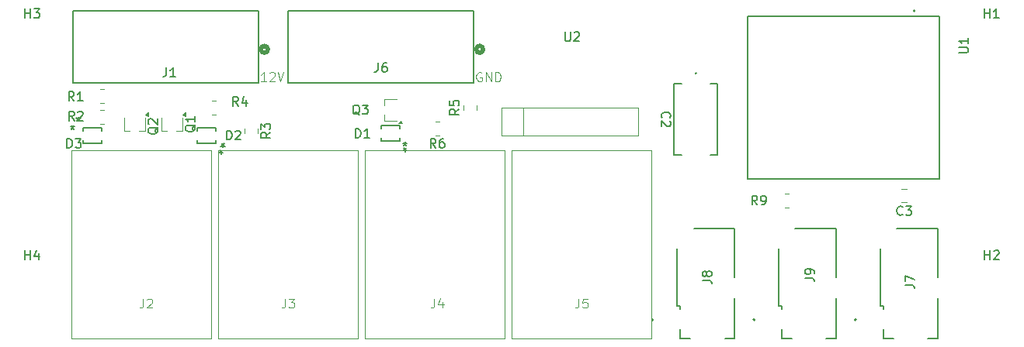
<source format=gbr>
%TF.GenerationSoftware,KiCad,Pcbnew,9.0.1*%
%TF.CreationDate,2025-04-18T12:39:12-07:00*%
%TF.ProjectId,Greenhouse Board,47726565-6e68-46f7-9573-6520426f6172,rev?*%
%TF.SameCoordinates,Original*%
%TF.FileFunction,Legend,Top*%
%TF.FilePolarity,Positive*%
%FSLAX46Y46*%
G04 Gerber Fmt 4.6, Leading zero omitted, Abs format (unit mm)*
G04 Created by KiCad (PCBNEW 9.0.1) date 2025-04-18 12:39:12*
%MOMM*%
%LPD*%
G01*
G04 APERTURE LIST*
%ADD10C,0.100000*%
%ADD11C,0.150000*%
%ADD12C,0.127000*%
%ADD13C,0.200000*%
%ADD14C,0.120000*%
%ADD15C,0.152400*%
%ADD16C,0.508000*%
G04 APERTURE END LIST*
D10*
X149085593Y-84788738D02*
X148990355Y-84741119D01*
X148990355Y-84741119D02*
X148847498Y-84741119D01*
X148847498Y-84741119D02*
X148704641Y-84788738D01*
X148704641Y-84788738D02*
X148609403Y-84883976D01*
X148609403Y-84883976D02*
X148561784Y-84979214D01*
X148561784Y-84979214D02*
X148514165Y-85169690D01*
X148514165Y-85169690D02*
X148514165Y-85312547D01*
X148514165Y-85312547D02*
X148561784Y-85503023D01*
X148561784Y-85503023D02*
X148609403Y-85598261D01*
X148609403Y-85598261D02*
X148704641Y-85693500D01*
X148704641Y-85693500D02*
X148847498Y-85741119D01*
X148847498Y-85741119D02*
X148942736Y-85741119D01*
X148942736Y-85741119D02*
X149085593Y-85693500D01*
X149085593Y-85693500D02*
X149133212Y-85645880D01*
X149133212Y-85645880D02*
X149133212Y-85312547D01*
X149133212Y-85312547D02*
X148942736Y-85312547D01*
X149561784Y-85741119D02*
X149561784Y-84741119D01*
X149561784Y-84741119D02*
X150133212Y-85741119D01*
X150133212Y-85741119D02*
X150133212Y-84741119D01*
X150609403Y-85741119D02*
X150609403Y-84741119D01*
X150609403Y-84741119D02*
X150847498Y-84741119D01*
X150847498Y-84741119D02*
X150990355Y-84788738D01*
X150990355Y-84788738D02*
X151085593Y-84883976D01*
X151085593Y-84883976D02*
X151133212Y-84979214D01*
X151133212Y-84979214D02*
X151180831Y-85169690D01*
X151180831Y-85169690D02*
X151180831Y-85312547D01*
X151180831Y-85312547D02*
X151133212Y-85503023D01*
X151133212Y-85503023D02*
X151085593Y-85598261D01*
X151085593Y-85598261D02*
X150990355Y-85693500D01*
X150990355Y-85693500D02*
X150847498Y-85741119D01*
X150847498Y-85741119D02*
X150609403Y-85741119D01*
X125612693Y-85741119D02*
X125041265Y-85741119D01*
X125326979Y-85741119D02*
X125326979Y-84741119D01*
X125326979Y-84741119D02*
X125231741Y-84883976D01*
X125231741Y-84883976D02*
X125136503Y-84979214D01*
X125136503Y-84979214D02*
X125041265Y-85026833D01*
X125993646Y-84836357D02*
X126041265Y-84788738D01*
X126041265Y-84788738D02*
X126136503Y-84741119D01*
X126136503Y-84741119D02*
X126374598Y-84741119D01*
X126374598Y-84741119D02*
X126469836Y-84788738D01*
X126469836Y-84788738D02*
X126517455Y-84836357D01*
X126517455Y-84836357D02*
X126565074Y-84931595D01*
X126565074Y-84931595D02*
X126565074Y-85026833D01*
X126565074Y-85026833D02*
X126517455Y-85169690D01*
X126517455Y-85169690D02*
X125946027Y-85741119D01*
X125946027Y-85741119D02*
X126565074Y-85741119D01*
X126850789Y-84741119D02*
X127184122Y-85741119D01*
X127184122Y-85741119D02*
X127517455Y-84741119D01*
D11*
X201172119Y-82575304D02*
X201981642Y-82575304D01*
X201981642Y-82575304D02*
X202076880Y-82527685D01*
X202076880Y-82527685D02*
X202124500Y-82480066D01*
X202124500Y-82480066D02*
X202172119Y-82384828D01*
X202172119Y-82384828D02*
X202172119Y-82194352D01*
X202172119Y-82194352D02*
X202124500Y-82099114D01*
X202124500Y-82099114D02*
X202076880Y-82051495D01*
X202076880Y-82051495D02*
X201981642Y-82003876D01*
X201981642Y-82003876D02*
X201172119Y-82003876D01*
X202172119Y-81003876D02*
X202172119Y-81575304D01*
X202172119Y-81289590D02*
X201172119Y-81289590D01*
X201172119Y-81289590D02*
X201314976Y-81384828D01*
X201314976Y-81384828D02*
X201410214Y-81480066D01*
X201410214Y-81480066D02*
X201457833Y-81575304D01*
X99314095Y-105220819D02*
X99314095Y-104220819D01*
X99314095Y-104697009D02*
X99885523Y-104697009D01*
X99885523Y-105220819D02*
X99885523Y-104220819D01*
X100790285Y-104554152D02*
X100790285Y-105220819D01*
X100552190Y-104173200D02*
X100314095Y-104887485D01*
X100314095Y-104887485D02*
X100933142Y-104887485D01*
X99314095Y-78804819D02*
X99314095Y-77804819D01*
X99314095Y-78281009D02*
X99885523Y-78281009D01*
X99885523Y-78804819D02*
X99885523Y-77804819D01*
X100266476Y-77804819D02*
X100885523Y-77804819D01*
X100885523Y-77804819D02*
X100552190Y-78185771D01*
X100552190Y-78185771D02*
X100695047Y-78185771D01*
X100695047Y-78185771D02*
X100790285Y-78233390D01*
X100790285Y-78233390D02*
X100837904Y-78281009D01*
X100837904Y-78281009D02*
X100885523Y-78376247D01*
X100885523Y-78376247D02*
X100885523Y-78614342D01*
X100885523Y-78614342D02*
X100837904Y-78709580D01*
X100837904Y-78709580D02*
X100790285Y-78757200D01*
X100790285Y-78757200D02*
X100695047Y-78804819D01*
X100695047Y-78804819D02*
X100409333Y-78804819D01*
X100409333Y-78804819D02*
X100314095Y-78757200D01*
X100314095Y-78757200D02*
X100266476Y-78709580D01*
X203962095Y-105220819D02*
X203962095Y-104220819D01*
X203962095Y-104697009D02*
X204533523Y-104697009D01*
X204533523Y-105220819D02*
X204533523Y-104220819D01*
X204962095Y-104316057D02*
X205009714Y-104268438D01*
X205009714Y-104268438D02*
X205104952Y-104220819D01*
X205104952Y-104220819D02*
X205343047Y-104220819D01*
X205343047Y-104220819D02*
X205438285Y-104268438D01*
X205438285Y-104268438D02*
X205485904Y-104316057D01*
X205485904Y-104316057D02*
X205533523Y-104411295D01*
X205533523Y-104411295D02*
X205533523Y-104506533D01*
X205533523Y-104506533D02*
X205485904Y-104649390D01*
X205485904Y-104649390D02*
X204914476Y-105220819D01*
X204914476Y-105220819D02*
X205533523Y-105220819D01*
X203962095Y-78804819D02*
X203962095Y-77804819D01*
X203962095Y-78281009D02*
X204533523Y-78281009D01*
X204533523Y-78804819D02*
X204533523Y-77804819D01*
X205533523Y-78804819D02*
X204962095Y-78804819D01*
X205247809Y-78804819D02*
X205247809Y-77804819D01*
X205247809Y-77804819D02*
X205152571Y-77947676D01*
X205152571Y-77947676D02*
X205057333Y-78042914D01*
X205057333Y-78042914D02*
X204962095Y-78090533D01*
D10*
X159686666Y-109489069D02*
X159686666Y-110203354D01*
X159686666Y-110203354D02*
X159639047Y-110346211D01*
X159639047Y-110346211D02*
X159543809Y-110441450D01*
X159543809Y-110441450D02*
X159400952Y-110489069D01*
X159400952Y-110489069D02*
X159305714Y-110489069D01*
X160639047Y-109489069D02*
X160162857Y-109489069D01*
X160162857Y-109489069D02*
X160115238Y-109965259D01*
X160115238Y-109965259D02*
X160162857Y-109917640D01*
X160162857Y-109917640D02*
X160258095Y-109870021D01*
X160258095Y-109870021D02*
X160496190Y-109870021D01*
X160496190Y-109870021D02*
X160591428Y-109917640D01*
X160591428Y-109917640D02*
X160639047Y-109965259D01*
X160639047Y-109965259D02*
X160686666Y-110060497D01*
X160686666Y-110060497D02*
X160686666Y-110298592D01*
X160686666Y-110298592D02*
X160639047Y-110393830D01*
X160639047Y-110393830D02*
X160591428Y-110441450D01*
X160591428Y-110441450D02*
X160496190Y-110489069D01*
X160496190Y-110489069D02*
X160258095Y-110489069D01*
X160258095Y-110489069D02*
X160162857Y-110441450D01*
X160162857Y-110441450D02*
X160115238Y-110393830D01*
D11*
X104657167Y-87861554D02*
X104323834Y-87385363D01*
X104085739Y-87861554D02*
X104085739Y-86861554D01*
X104085739Y-86861554D02*
X104466691Y-86861554D01*
X104466691Y-86861554D02*
X104561929Y-86909173D01*
X104561929Y-86909173D02*
X104609548Y-86956792D01*
X104609548Y-86956792D02*
X104657167Y-87052030D01*
X104657167Y-87052030D02*
X104657167Y-87194887D01*
X104657167Y-87194887D02*
X104609548Y-87290125D01*
X104609548Y-87290125D02*
X104561929Y-87337744D01*
X104561929Y-87337744D02*
X104466691Y-87385363D01*
X104466691Y-87385363D02*
X104085739Y-87385363D01*
X105609548Y-87861554D02*
X105038120Y-87861554D01*
X105323834Y-87861554D02*
X105323834Y-86861554D01*
X105323834Y-86861554D02*
X105228596Y-87004411D01*
X105228596Y-87004411D02*
X105133358Y-87099649D01*
X105133358Y-87099649D02*
X105038120Y-87147268D01*
X113834057Y-90735138D02*
X113786438Y-90830376D01*
X113786438Y-90830376D02*
X113691200Y-90925614D01*
X113691200Y-90925614D02*
X113548342Y-91068471D01*
X113548342Y-91068471D02*
X113500723Y-91163709D01*
X113500723Y-91163709D02*
X113500723Y-91258947D01*
X113738819Y-91211328D02*
X113691200Y-91306566D01*
X113691200Y-91306566D02*
X113595961Y-91401804D01*
X113595961Y-91401804D02*
X113405485Y-91449423D01*
X113405485Y-91449423D02*
X113072152Y-91449423D01*
X113072152Y-91449423D02*
X112881676Y-91401804D01*
X112881676Y-91401804D02*
X112786438Y-91306566D01*
X112786438Y-91306566D02*
X112738819Y-91211328D01*
X112738819Y-91211328D02*
X112738819Y-91020852D01*
X112738819Y-91020852D02*
X112786438Y-90925614D01*
X112786438Y-90925614D02*
X112881676Y-90830376D01*
X112881676Y-90830376D02*
X113072152Y-90782757D01*
X113072152Y-90782757D02*
X113405485Y-90782757D01*
X113405485Y-90782757D02*
X113595961Y-90830376D01*
X113595961Y-90830376D02*
X113691200Y-90925614D01*
X113691200Y-90925614D02*
X113738819Y-91020852D01*
X113738819Y-91020852D02*
X113738819Y-91211328D01*
X112834057Y-90401804D02*
X112786438Y-90354185D01*
X112786438Y-90354185D02*
X112738819Y-90258947D01*
X112738819Y-90258947D02*
X112738819Y-90020852D01*
X112738819Y-90020852D02*
X112786438Y-89925614D01*
X112786438Y-89925614D02*
X112834057Y-89877995D01*
X112834057Y-89877995D02*
X112929295Y-89830376D01*
X112929295Y-89830376D02*
X113024533Y-89830376D01*
X113024533Y-89830376D02*
X113167390Y-89877995D01*
X113167390Y-89877995D02*
X113738819Y-90449423D01*
X113738819Y-90449423D02*
X113738819Y-89830376D01*
X195013982Y-100280874D02*
X194966363Y-100328494D01*
X194966363Y-100328494D02*
X194823506Y-100376113D01*
X194823506Y-100376113D02*
X194728268Y-100376113D01*
X194728268Y-100376113D02*
X194585411Y-100328494D01*
X194585411Y-100328494D02*
X194490173Y-100233255D01*
X194490173Y-100233255D02*
X194442554Y-100138017D01*
X194442554Y-100138017D02*
X194394935Y-99947541D01*
X194394935Y-99947541D02*
X194394935Y-99804684D01*
X194394935Y-99804684D02*
X194442554Y-99614208D01*
X194442554Y-99614208D02*
X194490173Y-99518970D01*
X194490173Y-99518970D02*
X194585411Y-99423732D01*
X194585411Y-99423732D02*
X194728268Y-99376113D01*
X194728268Y-99376113D02*
X194823506Y-99376113D01*
X194823506Y-99376113D02*
X194966363Y-99423732D01*
X194966363Y-99423732D02*
X195013982Y-99471351D01*
X195347316Y-99376113D02*
X195966363Y-99376113D01*
X195966363Y-99376113D02*
X195633030Y-99757065D01*
X195633030Y-99757065D02*
X195775887Y-99757065D01*
X195775887Y-99757065D02*
X195871125Y-99804684D01*
X195871125Y-99804684D02*
X195918744Y-99852303D01*
X195918744Y-99852303D02*
X195966363Y-99947541D01*
X195966363Y-99947541D02*
X195966363Y-100185636D01*
X195966363Y-100185636D02*
X195918744Y-100280874D01*
X195918744Y-100280874D02*
X195871125Y-100328494D01*
X195871125Y-100328494D02*
X195775887Y-100376113D01*
X195775887Y-100376113D02*
X195490173Y-100376113D01*
X195490173Y-100376113D02*
X195394935Y-100328494D01*
X195394935Y-100328494D02*
X195347316Y-100280874D01*
X135351792Y-91904133D02*
X135351792Y-90904133D01*
X135351792Y-90904133D02*
X135589887Y-90904133D01*
X135589887Y-90904133D02*
X135732744Y-90951752D01*
X135732744Y-90951752D02*
X135827982Y-91046990D01*
X135827982Y-91046990D02*
X135875601Y-91142228D01*
X135875601Y-91142228D02*
X135923220Y-91332704D01*
X135923220Y-91332704D02*
X135923220Y-91475561D01*
X135923220Y-91475561D02*
X135875601Y-91666037D01*
X135875601Y-91666037D02*
X135827982Y-91761275D01*
X135827982Y-91761275D02*
X135732744Y-91856514D01*
X135732744Y-91856514D02*
X135589887Y-91904133D01*
X135589887Y-91904133D02*
X135351792Y-91904133D01*
X136875601Y-91904133D02*
X136304173Y-91904133D01*
X136589887Y-91904133D02*
X136589887Y-90904133D01*
X136589887Y-90904133D02*
X136494649Y-91046990D01*
X136494649Y-91046990D02*
X136399411Y-91142228D01*
X136399411Y-91142228D02*
X136304173Y-91189847D01*
X140747750Y-92355319D02*
X140747750Y-92593414D01*
X140509655Y-92498176D02*
X140747750Y-92593414D01*
X140747750Y-92593414D02*
X140985845Y-92498176D01*
X140604893Y-92783890D02*
X140747750Y-92593414D01*
X140747750Y-92593414D02*
X140890607Y-92783890D01*
X140747749Y-93445680D02*
X140747749Y-93207585D01*
X140985844Y-93302823D02*
X140747749Y-93207585D01*
X140747749Y-93207585D02*
X140509654Y-93302823D01*
X140890606Y-93017109D02*
X140747749Y-93207585D01*
X140747749Y-93207585D02*
X140604892Y-93017109D01*
X158208095Y-80341119D02*
X158208095Y-81150642D01*
X158208095Y-81150642D02*
X158255714Y-81245880D01*
X158255714Y-81245880D02*
X158303333Y-81293500D01*
X158303333Y-81293500D02*
X158398571Y-81341119D01*
X158398571Y-81341119D02*
X158589047Y-81341119D01*
X158589047Y-81341119D02*
X158684285Y-81293500D01*
X158684285Y-81293500D02*
X158731904Y-81245880D01*
X158731904Y-81245880D02*
X158779523Y-81150642D01*
X158779523Y-81150642D02*
X158779523Y-80341119D01*
X159208095Y-80436357D02*
X159255714Y-80388738D01*
X159255714Y-80388738D02*
X159350952Y-80341119D01*
X159350952Y-80341119D02*
X159589047Y-80341119D01*
X159589047Y-80341119D02*
X159684285Y-80388738D01*
X159684285Y-80388738D02*
X159731904Y-80436357D01*
X159731904Y-80436357D02*
X159779523Y-80531595D01*
X159779523Y-80531595D02*
X159779523Y-80626833D01*
X159779523Y-80626833D02*
X159731904Y-80769690D01*
X159731904Y-80769690D02*
X159160476Y-81341119D01*
X159160476Y-81341119D02*
X159779523Y-81341119D01*
X122575718Y-88404102D02*
X122242385Y-87927911D01*
X122004290Y-88404102D02*
X122004290Y-87404102D01*
X122004290Y-87404102D02*
X122385242Y-87404102D01*
X122385242Y-87404102D02*
X122480480Y-87451721D01*
X122480480Y-87451721D02*
X122528099Y-87499340D01*
X122528099Y-87499340D02*
X122575718Y-87594578D01*
X122575718Y-87594578D02*
X122575718Y-87737435D01*
X122575718Y-87737435D02*
X122528099Y-87832673D01*
X122528099Y-87832673D02*
X122480480Y-87880292D01*
X122480480Y-87880292D02*
X122385242Y-87927911D01*
X122385242Y-87927911D02*
X122004290Y-87927911D01*
X123432861Y-87737435D02*
X123432861Y-88404102D01*
X123194766Y-87356483D02*
X122956671Y-88070768D01*
X122956671Y-88070768D02*
X123575718Y-88070768D01*
X114717766Y-84231319D02*
X114717766Y-84945604D01*
X114717766Y-84945604D02*
X114670147Y-85088461D01*
X114670147Y-85088461D02*
X114574909Y-85183700D01*
X114574909Y-85183700D02*
X114432052Y-85231319D01*
X114432052Y-85231319D02*
X114336814Y-85231319D01*
X115717766Y-85231319D02*
X115146338Y-85231319D01*
X115432052Y-85231319D02*
X115432052Y-84231319D01*
X115432052Y-84231319D02*
X115336814Y-84374176D01*
X115336814Y-84374176D02*
X115241576Y-84469414D01*
X115241576Y-84469414D02*
X115146338Y-84517033D01*
X126056819Y-91314566D02*
X125580628Y-91647899D01*
X126056819Y-91885994D02*
X125056819Y-91885994D01*
X125056819Y-91885994D02*
X125056819Y-91505042D01*
X125056819Y-91505042D02*
X125104438Y-91409804D01*
X125104438Y-91409804D02*
X125152057Y-91362185D01*
X125152057Y-91362185D02*
X125247295Y-91314566D01*
X125247295Y-91314566D02*
X125390152Y-91314566D01*
X125390152Y-91314566D02*
X125485390Y-91362185D01*
X125485390Y-91362185D02*
X125533009Y-91409804D01*
X125533009Y-91409804D02*
X125580628Y-91505042D01*
X125580628Y-91505042D02*
X125580628Y-91885994D01*
X125056819Y-90981232D02*
X125056819Y-90362185D01*
X125056819Y-90362185D02*
X125437771Y-90695518D01*
X125437771Y-90695518D02*
X125437771Y-90552661D01*
X125437771Y-90552661D02*
X125485390Y-90457423D01*
X125485390Y-90457423D02*
X125533009Y-90409804D01*
X125533009Y-90409804D02*
X125628247Y-90362185D01*
X125628247Y-90362185D02*
X125866342Y-90362185D01*
X125866342Y-90362185D02*
X125961580Y-90409804D01*
X125961580Y-90409804D02*
X126009200Y-90457423D01*
X126009200Y-90457423D02*
X126056819Y-90552661D01*
X126056819Y-90552661D02*
X126056819Y-90838375D01*
X126056819Y-90838375D02*
X126009200Y-90933613D01*
X126009200Y-90933613D02*
X125961580Y-90981232D01*
X137802666Y-83723319D02*
X137802666Y-84437604D01*
X137802666Y-84437604D02*
X137755047Y-84580461D01*
X137755047Y-84580461D02*
X137659809Y-84675700D01*
X137659809Y-84675700D02*
X137516952Y-84723319D01*
X137516952Y-84723319D02*
X137421714Y-84723319D01*
X138707428Y-83723319D02*
X138516952Y-83723319D01*
X138516952Y-83723319D02*
X138421714Y-83770938D01*
X138421714Y-83770938D02*
X138374095Y-83818557D01*
X138374095Y-83818557D02*
X138278857Y-83961414D01*
X138278857Y-83961414D02*
X138231238Y-84151890D01*
X138231238Y-84151890D02*
X138231238Y-84532842D01*
X138231238Y-84532842D02*
X138278857Y-84628080D01*
X138278857Y-84628080D02*
X138326476Y-84675700D01*
X138326476Y-84675700D02*
X138421714Y-84723319D01*
X138421714Y-84723319D02*
X138612190Y-84723319D01*
X138612190Y-84723319D02*
X138707428Y-84675700D01*
X138707428Y-84675700D02*
X138755047Y-84628080D01*
X138755047Y-84628080D02*
X138802666Y-84532842D01*
X138802666Y-84532842D02*
X138802666Y-84294747D01*
X138802666Y-84294747D02*
X138755047Y-84199509D01*
X138755047Y-84199509D02*
X138707428Y-84151890D01*
X138707428Y-84151890D02*
X138612190Y-84104271D01*
X138612190Y-84104271D02*
X138421714Y-84104271D01*
X138421714Y-84104271D02*
X138326476Y-84151890D01*
X138326476Y-84151890D02*
X138278857Y-84199509D01*
X138278857Y-84199509D02*
X138231238Y-84294747D01*
X184366819Y-107229233D02*
X185081104Y-107229233D01*
X185081104Y-107229233D02*
X185223961Y-107276852D01*
X185223961Y-107276852D02*
X185319200Y-107372090D01*
X185319200Y-107372090D02*
X185366819Y-107514947D01*
X185366819Y-107514947D02*
X185366819Y-107610185D01*
X185366819Y-106705423D02*
X185366819Y-106514947D01*
X185366819Y-106514947D02*
X185319200Y-106419709D01*
X185319200Y-106419709D02*
X185271580Y-106372090D01*
X185271580Y-106372090D02*
X185128723Y-106276852D01*
X185128723Y-106276852D02*
X184938247Y-106229233D01*
X184938247Y-106229233D02*
X184557295Y-106229233D01*
X184557295Y-106229233D02*
X184462057Y-106276852D01*
X184462057Y-106276852D02*
X184414438Y-106324471D01*
X184414438Y-106324471D02*
X184366819Y-106419709D01*
X184366819Y-106419709D02*
X184366819Y-106610185D01*
X184366819Y-106610185D02*
X184414438Y-106705423D01*
X184414438Y-106705423D02*
X184462057Y-106753042D01*
X184462057Y-106753042D02*
X184557295Y-106800661D01*
X184557295Y-106800661D02*
X184795390Y-106800661D01*
X184795390Y-106800661D02*
X184890628Y-106753042D01*
X184890628Y-106753042D02*
X184938247Y-106705423D01*
X184938247Y-106705423D02*
X184985866Y-106610185D01*
X184985866Y-106610185D02*
X184985866Y-106419709D01*
X184985866Y-106419709D02*
X184938247Y-106324471D01*
X184938247Y-106324471D02*
X184890628Y-106276852D01*
X184890628Y-106276852D02*
X184795390Y-106229233D01*
X195288819Y-107991233D02*
X196003104Y-107991233D01*
X196003104Y-107991233D02*
X196145961Y-108038852D01*
X196145961Y-108038852D02*
X196241200Y-108134090D01*
X196241200Y-108134090D02*
X196288819Y-108276947D01*
X196288819Y-108276947D02*
X196288819Y-108372185D01*
X195288819Y-107610280D02*
X195288819Y-106943614D01*
X195288819Y-106943614D02*
X196288819Y-107372185D01*
D10*
X143938666Y-109489069D02*
X143938666Y-110203354D01*
X143938666Y-110203354D02*
X143891047Y-110346211D01*
X143891047Y-110346211D02*
X143795809Y-110441450D01*
X143795809Y-110441450D02*
X143652952Y-110489069D01*
X143652952Y-110489069D02*
X143557714Y-110489069D01*
X144843428Y-109822402D02*
X144843428Y-110489069D01*
X144605333Y-109441450D02*
X144367238Y-110155735D01*
X144367238Y-110155735D02*
X144986285Y-110155735D01*
X112188666Y-109489069D02*
X112188666Y-110203354D01*
X112188666Y-110203354D02*
X112141047Y-110346211D01*
X112141047Y-110346211D02*
X112045809Y-110441450D01*
X112045809Y-110441450D02*
X111902952Y-110489069D01*
X111902952Y-110489069D02*
X111807714Y-110489069D01*
X112617238Y-109584307D02*
X112664857Y-109536688D01*
X112664857Y-109536688D02*
X112760095Y-109489069D01*
X112760095Y-109489069D02*
X112998190Y-109489069D01*
X112998190Y-109489069D02*
X113093428Y-109536688D01*
X113093428Y-109536688D02*
X113141047Y-109584307D01*
X113141047Y-109584307D02*
X113188666Y-109679545D01*
X113188666Y-109679545D02*
X113188666Y-109774783D01*
X113188666Y-109774783D02*
X113141047Y-109917640D01*
X113141047Y-109917640D02*
X112569619Y-110489069D01*
X112569619Y-110489069D02*
X113188666Y-110489069D01*
X127682666Y-109489069D02*
X127682666Y-110203354D01*
X127682666Y-110203354D02*
X127635047Y-110346211D01*
X127635047Y-110346211D02*
X127539809Y-110441450D01*
X127539809Y-110441450D02*
X127396952Y-110489069D01*
X127396952Y-110489069D02*
X127301714Y-110489069D01*
X128063619Y-109489069D02*
X128682666Y-109489069D01*
X128682666Y-109489069D02*
X128349333Y-109870021D01*
X128349333Y-109870021D02*
X128492190Y-109870021D01*
X128492190Y-109870021D02*
X128587428Y-109917640D01*
X128587428Y-109917640D02*
X128635047Y-109965259D01*
X128635047Y-109965259D02*
X128682666Y-110060497D01*
X128682666Y-110060497D02*
X128682666Y-110298592D01*
X128682666Y-110298592D02*
X128635047Y-110393830D01*
X128635047Y-110393830D02*
X128587428Y-110441450D01*
X128587428Y-110441450D02*
X128492190Y-110489069D01*
X128492190Y-110489069D02*
X128206476Y-110489069D01*
X128206476Y-110489069D02*
X128111238Y-110441450D01*
X128111238Y-110441450D02*
X128063619Y-110393830D01*
D11*
X117898057Y-90481138D02*
X117850438Y-90576376D01*
X117850438Y-90576376D02*
X117755200Y-90671614D01*
X117755200Y-90671614D02*
X117612342Y-90814471D01*
X117612342Y-90814471D02*
X117564723Y-90909709D01*
X117564723Y-90909709D02*
X117564723Y-91004947D01*
X117802819Y-90957328D02*
X117755200Y-91052566D01*
X117755200Y-91052566D02*
X117659961Y-91147804D01*
X117659961Y-91147804D02*
X117469485Y-91195423D01*
X117469485Y-91195423D02*
X117136152Y-91195423D01*
X117136152Y-91195423D02*
X116945676Y-91147804D01*
X116945676Y-91147804D02*
X116850438Y-91052566D01*
X116850438Y-91052566D02*
X116802819Y-90957328D01*
X116802819Y-90957328D02*
X116802819Y-90766852D01*
X116802819Y-90766852D02*
X116850438Y-90671614D01*
X116850438Y-90671614D02*
X116945676Y-90576376D01*
X116945676Y-90576376D02*
X117136152Y-90528757D01*
X117136152Y-90528757D02*
X117469485Y-90528757D01*
X117469485Y-90528757D02*
X117659961Y-90576376D01*
X117659961Y-90576376D02*
X117755200Y-90671614D01*
X117755200Y-90671614D02*
X117802819Y-90766852D01*
X117802819Y-90766852D02*
X117802819Y-90957328D01*
X117802819Y-89576376D02*
X117802819Y-90147804D01*
X117802819Y-89862090D02*
X116802819Y-89862090D01*
X116802819Y-89862090D02*
X116945676Y-89957328D01*
X116945676Y-89957328D02*
X117040914Y-90052566D01*
X117040914Y-90052566D02*
X117088533Y-90147804D01*
X146632819Y-88774566D02*
X146156628Y-89107899D01*
X146632819Y-89345994D02*
X145632819Y-89345994D01*
X145632819Y-89345994D02*
X145632819Y-88965042D01*
X145632819Y-88965042D02*
X145680438Y-88869804D01*
X145680438Y-88869804D02*
X145728057Y-88822185D01*
X145728057Y-88822185D02*
X145823295Y-88774566D01*
X145823295Y-88774566D02*
X145966152Y-88774566D01*
X145966152Y-88774566D02*
X146061390Y-88822185D01*
X146061390Y-88822185D02*
X146109009Y-88869804D01*
X146109009Y-88869804D02*
X146156628Y-88965042D01*
X146156628Y-88965042D02*
X146156628Y-89345994D01*
X145632819Y-87869804D02*
X145632819Y-88345994D01*
X145632819Y-88345994D02*
X146109009Y-88393613D01*
X146109009Y-88393613D02*
X146061390Y-88345994D01*
X146061390Y-88345994D02*
X146013771Y-88250756D01*
X146013771Y-88250756D02*
X146013771Y-88012661D01*
X146013771Y-88012661D02*
X146061390Y-87917423D01*
X146061390Y-87917423D02*
X146109009Y-87869804D01*
X146109009Y-87869804D02*
X146204247Y-87822185D01*
X146204247Y-87822185D02*
X146442342Y-87822185D01*
X146442342Y-87822185D02*
X146537580Y-87869804D01*
X146537580Y-87869804D02*
X146585200Y-87917423D01*
X146585200Y-87917423D02*
X146632819Y-88012661D01*
X146632819Y-88012661D02*
X146632819Y-88250756D01*
X146632819Y-88250756D02*
X146585200Y-88345994D01*
X146585200Y-88345994D02*
X146537580Y-88393613D01*
X179157333Y-99222719D02*
X178824000Y-98746528D01*
X178585905Y-99222719D02*
X178585905Y-98222719D01*
X178585905Y-98222719D02*
X178966857Y-98222719D01*
X178966857Y-98222719D02*
X179062095Y-98270338D01*
X179062095Y-98270338D02*
X179109714Y-98317957D01*
X179109714Y-98317957D02*
X179157333Y-98413195D01*
X179157333Y-98413195D02*
X179157333Y-98556052D01*
X179157333Y-98556052D02*
X179109714Y-98651290D01*
X179109714Y-98651290D02*
X179062095Y-98698909D01*
X179062095Y-98698909D02*
X178966857Y-98746528D01*
X178966857Y-98746528D02*
X178585905Y-98746528D01*
X179633524Y-99222719D02*
X179824000Y-99222719D01*
X179824000Y-99222719D02*
X179919238Y-99175100D01*
X179919238Y-99175100D02*
X179966857Y-99127480D01*
X179966857Y-99127480D02*
X180062095Y-98984623D01*
X180062095Y-98984623D02*
X180109714Y-98794147D01*
X180109714Y-98794147D02*
X180109714Y-98413195D01*
X180109714Y-98413195D02*
X180062095Y-98317957D01*
X180062095Y-98317957D02*
X180014476Y-98270338D01*
X180014476Y-98270338D02*
X179919238Y-98222719D01*
X179919238Y-98222719D02*
X179728762Y-98222719D01*
X179728762Y-98222719D02*
X179633524Y-98270338D01*
X179633524Y-98270338D02*
X179585905Y-98317957D01*
X179585905Y-98317957D02*
X179538286Y-98413195D01*
X179538286Y-98413195D02*
X179538286Y-98651290D01*
X179538286Y-98651290D02*
X179585905Y-98746528D01*
X179585905Y-98746528D02*
X179633524Y-98794147D01*
X179633524Y-98794147D02*
X179728762Y-98841766D01*
X179728762Y-98841766D02*
X179919238Y-98841766D01*
X179919238Y-98841766D02*
X180014476Y-98794147D01*
X180014476Y-98794147D02*
X180062095Y-98746528D01*
X180062095Y-98746528D02*
X180109714Y-98651290D01*
X103900094Y-93015958D02*
X103900094Y-92015958D01*
X103900094Y-92015958D02*
X104138189Y-92015958D01*
X104138189Y-92015958D02*
X104281046Y-92063577D01*
X104281046Y-92063577D02*
X104376284Y-92158815D01*
X104376284Y-92158815D02*
X104423903Y-92254053D01*
X104423903Y-92254053D02*
X104471522Y-92444529D01*
X104471522Y-92444529D02*
X104471522Y-92587386D01*
X104471522Y-92587386D02*
X104423903Y-92777862D01*
X104423903Y-92777862D02*
X104376284Y-92873100D01*
X104376284Y-92873100D02*
X104281046Y-92968339D01*
X104281046Y-92968339D02*
X104138189Y-93015958D01*
X104138189Y-93015958D02*
X103900094Y-93015958D01*
X104804856Y-92015958D02*
X105423903Y-92015958D01*
X105423903Y-92015958D02*
X105090570Y-92396910D01*
X105090570Y-92396910D02*
X105233427Y-92396910D01*
X105233427Y-92396910D02*
X105328665Y-92444529D01*
X105328665Y-92444529D02*
X105376284Y-92492148D01*
X105376284Y-92492148D02*
X105423903Y-92587386D01*
X105423903Y-92587386D02*
X105423903Y-92825481D01*
X105423903Y-92825481D02*
X105376284Y-92920719D01*
X105376284Y-92920719D02*
X105328665Y-92968339D01*
X105328665Y-92968339D02*
X105233427Y-93015958D01*
X105233427Y-93015958D02*
X104947713Y-93015958D01*
X104947713Y-93015958D02*
X104852475Y-92968339D01*
X104852475Y-92968339D02*
X104804856Y-92920719D01*
X104485304Y-90519870D02*
X104485304Y-90757965D01*
X104247209Y-90662727D02*
X104485304Y-90757965D01*
X104485304Y-90757965D02*
X104723399Y-90662727D01*
X104342447Y-90948441D02*
X104485304Y-90757965D01*
X104485304Y-90757965D02*
X104628161Y-90948441D01*
X105124250Y-89612119D02*
X105124250Y-89850214D01*
X104886155Y-89754976D02*
X105124250Y-89850214D01*
X105124250Y-89850214D02*
X105362345Y-89754976D01*
X104981393Y-90040690D02*
X105124250Y-89850214D01*
X105124250Y-89850214D02*
X105267107Y-90040690D01*
X168804419Y-89711233D02*
X168756800Y-89663614D01*
X168756800Y-89663614D02*
X168709180Y-89520757D01*
X168709180Y-89520757D02*
X168709180Y-89425519D01*
X168709180Y-89425519D02*
X168756800Y-89282662D01*
X168756800Y-89282662D02*
X168852038Y-89187424D01*
X168852038Y-89187424D02*
X168947276Y-89139805D01*
X168947276Y-89139805D02*
X169137752Y-89092186D01*
X169137752Y-89092186D02*
X169280609Y-89092186D01*
X169280609Y-89092186D02*
X169471085Y-89139805D01*
X169471085Y-89139805D02*
X169566323Y-89187424D01*
X169566323Y-89187424D02*
X169661561Y-89282662D01*
X169661561Y-89282662D02*
X169709180Y-89425519D01*
X169709180Y-89425519D02*
X169709180Y-89520757D01*
X169709180Y-89520757D02*
X169661561Y-89663614D01*
X169661561Y-89663614D02*
X169613942Y-89711233D01*
X169613942Y-90092186D02*
X169661561Y-90139805D01*
X169661561Y-90139805D02*
X169709180Y-90235043D01*
X169709180Y-90235043D02*
X169709180Y-90473138D01*
X169709180Y-90473138D02*
X169661561Y-90568376D01*
X169661561Y-90568376D02*
X169613942Y-90615995D01*
X169613942Y-90615995D02*
X169518704Y-90663614D01*
X169518704Y-90663614D02*
X169423466Y-90663614D01*
X169423466Y-90663614D02*
X169280609Y-90615995D01*
X169280609Y-90615995D02*
X168709180Y-90044567D01*
X168709180Y-90044567D02*
X168709180Y-90663614D01*
X121288475Y-92110921D02*
X121288475Y-91110921D01*
X121288475Y-91110921D02*
X121526570Y-91110921D01*
X121526570Y-91110921D02*
X121669427Y-91158540D01*
X121669427Y-91158540D02*
X121764665Y-91253778D01*
X121764665Y-91253778D02*
X121812284Y-91349016D01*
X121812284Y-91349016D02*
X121859903Y-91539492D01*
X121859903Y-91539492D02*
X121859903Y-91682349D01*
X121859903Y-91682349D02*
X121812284Y-91872825D01*
X121812284Y-91872825D02*
X121764665Y-91968063D01*
X121764665Y-91968063D02*
X121669427Y-92063302D01*
X121669427Y-92063302D02*
X121526570Y-92110921D01*
X121526570Y-92110921D02*
X121288475Y-92110921D01*
X122240856Y-91206159D02*
X122288475Y-91158540D01*
X122288475Y-91158540D02*
X122383713Y-91110921D01*
X122383713Y-91110921D02*
X122621808Y-91110921D01*
X122621808Y-91110921D02*
X122717046Y-91158540D01*
X122717046Y-91158540D02*
X122764665Y-91206159D01*
X122764665Y-91206159D02*
X122812284Y-91301397D01*
X122812284Y-91301397D02*
X122812284Y-91396635D01*
X122812284Y-91396635D02*
X122764665Y-91539492D01*
X122764665Y-91539492D02*
X122193237Y-92110921D01*
X122193237Y-92110921D02*
X122812284Y-92110921D01*
X120903999Y-92963080D02*
X120903999Y-92724985D01*
X121142094Y-92820223D02*
X120903999Y-92724985D01*
X120903999Y-92724985D02*
X120665904Y-92820223D01*
X121046856Y-92534509D02*
X120903999Y-92724985D01*
X120903999Y-92724985D02*
X120761142Y-92534509D01*
X120681749Y-93699680D02*
X120681749Y-93461585D01*
X120919844Y-93556823D02*
X120681749Y-93461585D01*
X120681749Y-93461585D02*
X120443654Y-93556823D01*
X120824606Y-93271109D02*
X120681749Y-93461585D01*
X120681749Y-93461585D02*
X120538892Y-93271109D01*
X104668088Y-90023783D02*
X104334755Y-89547592D01*
X104096660Y-90023783D02*
X104096660Y-89023783D01*
X104096660Y-89023783D02*
X104477612Y-89023783D01*
X104477612Y-89023783D02*
X104572850Y-89071402D01*
X104572850Y-89071402D02*
X104620469Y-89119021D01*
X104620469Y-89119021D02*
X104668088Y-89214259D01*
X104668088Y-89214259D02*
X104668088Y-89357116D01*
X104668088Y-89357116D02*
X104620469Y-89452354D01*
X104620469Y-89452354D02*
X104572850Y-89499973D01*
X104572850Y-89499973D02*
X104477612Y-89547592D01*
X104477612Y-89547592D02*
X104096660Y-89547592D01*
X105049041Y-89119021D02*
X105096660Y-89071402D01*
X105096660Y-89071402D02*
X105191898Y-89023783D01*
X105191898Y-89023783D02*
X105429993Y-89023783D01*
X105429993Y-89023783D02*
X105525231Y-89071402D01*
X105525231Y-89071402D02*
X105572850Y-89119021D01*
X105572850Y-89119021D02*
X105620469Y-89214259D01*
X105620469Y-89214259D02*
X105620469Y-89309497D01*
X105620469Y-89309497D02*
X105572850Y-89452354D01*
X105572850Y-89452354D02*
X105001422Y-90023783D01*
X105001422Y-90023783D02*
X105620469Y-90023783D01*
X173190819Y-107483233D02*
X173905104Y-107483233D01*
X173905104Y-107483233D02*
X174047961Y-107530852D01*
X174047961Y-107530852D02*
X174143200Y-107626090D01*
X174143200Y-107626090D02*
X174190819Y-107768947D01*
X174190819Y-107768947D02*
X174190819Y-107864185D01*
X173619390Y-106864185D02*
X173571771Y-106959423D01*
X173571771Y-106959423D02*
X173524152Y-107007042D01*
X173524152Y-107007042D02*
X173428914Y-107054661D01*
X173428914Y-107054661D02*
X173381295Y-107054661D01*
X173381295Y-107054661D02*
X173286057Y-107007042D01*
X173286057Y-107007042D02*
X173238438Y-106959423D01*
X173238438Y-106959423D02*
X173190819Y-106864185D01*
X173190819Y-106864185D02*
X173190819Y-106673709D01*
X173190819Y-106673709D02*
X173238438Y-106578471D01*
X173238438Y-106578471D02*
X173286057Y-106530852D01*
X173286057Y-106530852D02*
X173381295Y-106483233D01*
X173381295Y-106483233D02*
X173428914Y-106483233D01*
X173428914Y-106483233D02*
X173524152Y-106530852D01*
X173524152Y-106530852D02*
X173571771Y-106578471D01*
X173571771Y-106578471D02*
X173619390Y-106673709D01*
X173619390Y-106673709D02*
X173619390Y-106864185D01*
X173619390Y-106864185D02*
X173667009Y-106959423D01*
X173667009Y-106959423D02*
X173714628Y-107007042D01*
X173714628Y-107007042D02*
X173809866Y-107054661D01*
X173809866Y-107054661D02*
X174000342Y-107054661D01*
X174000342Y-107054661D02*
X174095580Y-107007042D01*
X174095580Y-107007042D02*
X174143200Y-106959423D01*
X174143200Y-106959423D02*
X174190819Y-106864185D01*
X174190819Y-106864185D02*
X174190819Y-106673709D01*
X174190819Y-106673709D02*
X174143200Y-106578471D01*
X174143200Y-106578471D02*
X174095580Y-106530852D01*
X174095580Y-106530852D02*
X174000342Y-106483233D01*
X174000342Y-106483233D02*
X173809866Y-106483233D01*
X173809866Y-106483233D02*
X173714628Y-106530852D01*
X173714628Y-106530852D02*
X173667009Y-106578471D01*
X173667009Y-106578471D02*
X173619390Y-106673709D01*
X144105333Y-92998719D02*
X143772000Y-92522528D01*
X143533905Y-92998719D02*
X143533905Y-91998719D01*
X143533905Y-91998719D02*
X143914857Y-91998719D01*
X143914857Y-91998719D02*
X144010095Y-92046338D01*
X144010095Y-92046338D02*
X144057714Y-92093957D01*
X144057714Y-92093957D02*
X144105333Y-92189195D01*
X144105333Y-92189195D02*
X144105333Y-92332052D01*
X144105333Y-92332052D02*
X144057714Y-92427290D01*
X144057714Y-92427290D02*
X144010095Y-92474909D01*
X144010095Y-92474909D02*
X143914857Y-92522528D01*
X143914857Y-92522528D02*
X143533905Y-92522528D01*
X144962476Y-91998719D02*
X144772000Y-91998719D01*
X144772000Y-91998719D02*
X144676762Y-92046338D01*
X144676762Y-92046338D02*
X144629143Y-92093957D01*
X144629143Y-92093957D02*
X144533905Y-92236814D01*
X144533905Y-92236814D02*
X144486286Y-92427290D01*
X144486286Y-92427290D02*
X144486286Y-92808242D01*
X144486286Y-92808242D02*
X144533905Y-92903480D01*
X144533905Y-92903480D02*
X144581524Y-92951100D01*
X144581524Y-92951100D02*
X144676762Y-92998719D01*
X144676762Y-92998719D02*
X144867238Y-92998719D01*
X144867238Y-92998719D02*
X144962476Y-92951100D01*
X144962476Y-92951100D02*
X145010095Y-92903480D01*
X145010095Y-92903480D02*
X145057714Y-92808242D01*
X145057714Y-92808242D02*
X145057714Y-92570147D01*
X145057714Y-92570147D02*
X145010095Y-92474909D01*
X145010095Y-92474909D02*
X144962476Y-92427290D01*
X144962476Y-92427290D02*
X144867238Y-92379671D01*
X144867238Y-92379671D02*
X144676762Y-92379671D01*
X144676762Y-92379671D02*
X144581524Y-92427290D01*
X144581524Y-92427290D02*
X144533905Y-92474909D01*
X144533905Y-92474909D02*
X144486286Y-92570147D01*
X135794761Y-89411957D02*
X135699523Y-89364338D01*
X135699523Y-89364338D02*
X135604285Y-89269100D01*
X135604285Y-89269100D02*
X135461428Y-89126242D01*
X135461428Y-89126242D02*
X135366190Y-89078623D01*
X135366190Y-89078623D02*
X135270952Y-89078623D01*
X135318571Y-89316719D02*
X135223333Y-89269100D01*
X135223333Y-89269100D02*
X135128095Y-89173861D01*
X135128095Y-89173861D02*
X135080476Y-88983385D01*
X135080476Y-88983385D02*
X135080476Y-88650052D01*
X135080476Y-88650052D02*
X135128095Y-88459576D01*
X135128095Y-88459576D02*
X135223333Y-88364338D01*
X135223333Y-88364338D02*
X135318571Y-88316719D01*
X135318571Y-88316719D02*
X135509047Y-88316719D01*
X135509047Y-88316719D02*
X135604285Y-88364338D01*
X135604285Y-88364338D02*
X135699523Y-88459576D01*
X135699523Y-88459576D02*
X135747142Y-88650052D01*
X135747142Y-88650052D02*
X135747142Y-88983385D01*
X135747142Y-88983385D02*
X135699523Y-89173861D01*
X135699523Y-89173861D02*
X135604285Y-89269100D01*
X135604285Y-89269100D02*
X135509047Y-89316719D01*
X135509047Y-89316719D02*
X135318571Y-89316719D01*
X136080476Y-88316719D02*
X136699523Y-88316719D01*
X136699523Y-88316719D02*
X136366190Y-88697671D01*
X136366190Y-88697671D02*
X136509047Y-88697671D01*
X136509047Y-88697671D02*
X136604285Y-88745290D01*
X136604285Y-88745290D02*
X136651904Y-88792909D01*
X136651904Y-88792909D02*
X136699523Y-88888147D01*
X136699523Y-88888147D02*
X136699523Y-89126242D01*
X136699523Y-89126242D02*
X136651904Y-89221480D01*
X136651904Y-89221480D02*
X136604285Y-89269100D01*
X136604285Y-89269100D02*
X136509047Y-89316719D01*
X136509047Y-89316719D02*
X136223333Y-89316719D01*
X136223333Y-89316719D02*
X136128095Y-89269100D01*
X136128095Y-89269100D02*
X136080476Y-89221480D01*
D12*
%TO.C,U1*%
X199059800Y-78638400D02*
X199059800Y-96418400D01*
X178104800Y-78638400D02*
X199059800Y-78638400D01*
X199059800Y-96418400D02*
X178104800Y-96418400D01*
X178104800Y-96418400D02*
X178104800Y-78638400D01*
D13*
X196365800Y-78028400D02*
G75*
G02*
X196165800Y-78028400I-100000J0D01*
G01*
X196165800Y-78028400D02*
G75*
G02*
X196365800Y-78028400I100000J0D01*
G01*
%TO.C,J5*%
D10*
X167640000Y-113805900D02*
X152400000Y-113805900D01*
X152400000Y-93235900D01*
X167640000Y-93235900D01*
X167640000Y-113805900D01*
D14*
%TO.C,R1*%
X107468936Y-86602900D02*
X107923064Y-86602900D01*
X107468936Y-88072900D02*
X107923064Y-88072900D01*
%TO.C,Q2*%
X112422000Y-89710900D02*
X112422000Y-91120900D01*
X110092000Y-89710900D02*
X110092000Y-91120900D01*
X112422000Y-91120900D02*
X111752000Y-91120900D01*
X110752000Y-91120900D02*
X110092000Y-91120900D01*
X112732000Y-89580900D02*
X112402000Y-89340900D01*
X112732000Y-89100900D01*
X112732000Y-89580900D01*
G36*
X112732000Y-89580900D02*
G01*
X112402000Y-89340900D01*
X112732000Y-89100900D01*
X112732000Y-89580900D01*
G37*
%TO.C,C3*%
X195441901Y-98976294D02*
X194919397Y-98976294D01*
X195441901Y-97506294D02*
X194919397Y-97506294D01*
D15*
%TO.C,D1*%
X140220700Y-92227400D02*
X140220700Y-91912440D01*
X140220700Y-90891360D02*
X140220700Y-90576400D01*
X140220700Y-90576400D02*
X138163300Y-90576400D01*
X138163300Y-92227400D02*
X140220700Y-92227400D01*
X138163300Y-91912440D02*
X138163300Y-92227400D01*
X138163300Y-90576400D02*
X138163300Y-90891360D01*
D14*
%TO.C,U2*%
X151300000Y-88631900D02*
X166200000Y-88631900D01*
X151300000Y-91631900D02*
X151300000Y-88631900D01*
X153670000Y-88631900D02*
X153670000Y-91631900D01*
X166200000Y-88631900D02*
X166200000Y-91631900D01*
X166200000Y-91631900D02*
X151300000Y-91631900D01*
%TO.C,R4*%
X120115064Y-89342900D02*
X119660936Y-89342900D01*
X120115064Y-87872900D02*
X119660936Y-87872900D01*
D15*
%TO.C,J1*%
X104541200Y-78020100D02*
X104541200Y-85868700D01*
X104541200Y-85868700D02*
X124785000Y-85868700D01*
X124785000Y-78020100D02*
X104541200Y-78020100D01*
X124785000Y-85868700D02*
X124785000Y-78020100D01*
D16*
X125801000Y-82236500D02*
G75*
G02*
X125039000Y-82236500I-381000J0D01*
G01*
X125039000Y-82236500D02*
G75*
G02*
X125801000Y-82236500I381000J0D01*
G01*
D14*
%TO.C,R3*%
X124687000Y-90920836D02*
X124687000Y-91374964D01*
X123217000Y-90920836D02*
X123217000Y-91374964D01*
D15*
%TO.C,J6*%
X128014100Y-78020100D02*
X128014100Y-85868700D01*
X128014100Y-85868700D02*
X148257900Y-85868700D01*
X148257900Y-78020100D02*
X128014100Y-78020100D01*
X148257900Y-85868700D02*
X148257900Y-78020100D01*
D16*
X149273900Y-82236500D02*
G75*
G02*
X148511900Y-82236500I-381000J0D01*
G01*
X148511900Y-82236500D02*
G75*
G02*
X149273900Y-82236500I381000J0D01*
G01*
D12*
%TO.C,J9*%
X181853835Y-113807255D02*
X181853835Y-112857255D01*
X182953835Y-113807255D02*
X181853835Y-113807255D01*
X187753835Y-113807255D02*
X186703835Y-113807255D01*
X187753835Y-113807255D02*
X187753835Y-109457255D01*
X181853835Y-110607255D02*
X181853835Y-110307255D01*
X181503835Y-110307255D02*
X181503835Y-104007255D01*
X181853835Y-110307255D02*
X181503835Y-110307255D01*
X187753835Y-107157255D02*
X187753835Y-101807255D01*
X187753835Y-101807255D02*
X183303835Y-101807255D01*
D13*
X178903835Y-111807255D02*
G75*
G02*
X178703835Y-111807255I-100000J0D01*
G01*
X178703835Y-111807255D02*
G75*
G02*
X178903835Y-111807255I100000J0D01*
G01*
D12*
%TO.C,J7*%
X192920546Y-113807255D02*
X192920546Y-112857255D01*
X194020546Y-113807255D02*
X192920546Y-113807255D01*
X198820546Y-113807255D02*
X197770546Y-113807255D01*
X198820546Y-113807255D02*
X198820546Y-109457255D01*
X192920546Y-110607255D02*
X192920546Y-110307255D01*
X192570546Y-110307255D02*
X192570546Y-104007255D01*
X192920546Y-110307255D02*
X192570546Y-110307255D01*
X198820546Y-107157255D02*
X198820546Y-101807255D01*
X198820546Y-101807255D02*
X194370546Y-101807255D01*
D13*
X189970546Y-111807255D02*
G75*
G02*
X189770546Y-111807255I-100000J0D01*
G01*
X189770546Y-111807255D02*
G75*
G02*
X189970546Y-111807255I100000J0D01*
G01*
%TO.C,J4*%
D10*
X151632000Y-113805900D02*
X136392000Y-113805900D01*
X136392000Y-93235900D01*
X151632000Y-93235900D01*
X151632000Y-113805900D01*
%TO.C,J2*%
X119628000Y-113805900D02*
X104388000Y-113805900D01*
X104388000Y-93235900D01*
X119628000Y-93235900D01*
X119628000Y-113805900D01*
%TO.C,J3*%
X135630000Y-113805900D02*
X120390000Y-113805900D01*
X120390000Y-93235900D01*
X135630000Y-93235900D01*
X135630000Y-113805900D01*
D14*
%TO.C,Q1*%
X116486000Y-89710900D02*
X116486000Y-91120900D01*
X114156000Y-89710900D02*
X114156000Y-91120900D01*
X116486000Y-91120900D02*
X115816000Y-91120900D01*
X114816000Y-91120900D02*
X114156000Y-91120900D01*
X116796000Y-89580900D02*
X116466000Y-89340900D01*
X116796000Y-89100900D01*
X116796000Y-89580900D01*
G36*
X116796000Y-89580900D02*
G01*
X116466000Y-89340900D01*
X116796000Y-89100900D01*
X116796000Y-89580900D01*
G37*
%TO.C,R5*%
X147093000Y-88834964D02*
X147093000Y-88380836D01*
X148563000Y-88834964D02*
X148563000Y-88380836D01*
%TO.C,R9*%
X182160936Y-98032900D02*
X182615064Y-98032900D01*
X182160936Y-99502900D02*
X182615064Y-99502900D01*
D15*
%TO.C,D3*%
X105651300Y-90830400D02*
X105651300Y-91145360D01*
X105651300Y-92166440D02*
X105651300Y-92481400D01*
X105651300Y-92481400D02*
X107708700Y-92481400D01*
X107708700Y-90830400D02*
X105651300Y-90830400D01*
X107708700Y-91145360D02*
X107708700Y-90830400D01*
X107708700Y-92481400D02*
X107708700Y-92166440D01*
%TO.C,C2*%
X174840900Y-86004400D02*
X174043340Y-86004400D01*
X170888660Y-86004400D02*
X170091100Y-86004400D01*
X170091100Y-86004400D02*
X170091100Y-93751400D01*
X174840900Y-93751400D02*
X174840900Y-86004400D01*
X174043340Y-93751400D02*
X174840900Y-93751400D01*
X170091100Y-93751400D02*
X170888660Y-93751400D01*
X172542200Y-84861400D02*
G75*
G02*
X172389800Y-84861400I-76200J0D01*
G01*
X172389800Y-84861400D02*
G75*
G02*
X172542200Y-84861400I76200J0D01*
G01*
%TO.C,D2*%
X120154700Y-92481400D02*
X120154700Y-92166440D01*
X120154700Y-91145360D02*
X120154700Y-90830400D01*
X120154700Y-90830400D02*
X118097300Y-90830400D01*
X118097300Y-92481400D02*
X120154700Y-92481400D01*
X118097300Y-92166440D02*
X118097300Y-92481400D01*
X118097300Y-90830400D02*
X118097300Y-91145360D01*
D14*
%TO.C,R2*%
X107484936Y-88888900D02*
X107939064Y-88888900D01*
X107484936Y-90358900D02*
X107939064Y-90358900D01*
D12*
%TO.C,J8*%
X170788823Y-113807255D02*
X170788823Y-112857255D01*
X171888823Y-113807255D02*
X170788823Y-113807255D01*
X176688823Y-113807255D02*
X175638823Y-113807255D01*
X176688823Y-113807255D02*
X176688823Y-109457255D01*
X170788823Y-110607255D02*
X170788823Y-110307255D01*
X170438823Y-110307255D02*
X170438823Y-104007255D01*
X170788823Y-110307255D02*
X170438823Y-110307255D01*
X176688823Y-107157255D02*
X176688823Y-101807255D01*
X176688823Y-101807255D02*
X172238823Y-101807255D01*
D13*
X167838823Y-111807255D02*
G75*
G02*
X167638823Y-111807255I-100000J0D01*
G01*
X167638823Y-111807255D02*
G75*
G02*
X167838823Y-111807255I100000J0D01*
G01*
D14*
%TO.C,R6*%
X144499064Y-91628900D02*
X144044936Y-91628900D01*
X144499064Y-90158900D02*
X144044936Y-90158900D01*
%TO.C,Q3*%
X139867000Y-90031900D02*
X138457000Y-90031900D01*
X139867000Y-87701900D02*
X138457000Y-87701900D01*
X138457000Y-90031900D02*
X138457000Y-89361900D01*
X138457000Y-88361900D02*
X138457000Y-87701900D01*
X140477000Y-90341900D02*
X139997000Y-90341900D01*
X140237000Y-90011900D01*
X140477000Y-90341900D01*
G36*
X140477000Y-90341900D02*
G01*
X139997000Y-90341900D01*
X140237000Y-90011900D01*
X140477000Y-90341900D01*
G37*
%TD*%
M02*

</source>
